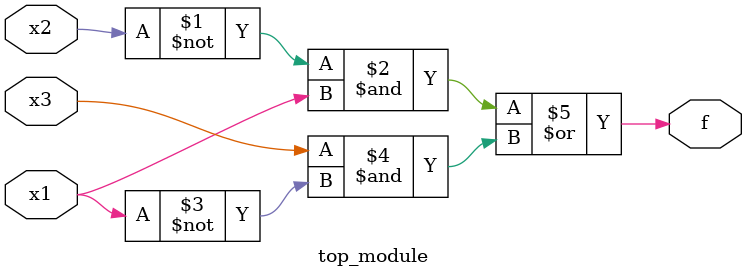
<source format=sv>
module top_module (
	input x3,
	input x2,
	input x1,
	output f
);

	assign f = (~x2 & x1) | (x3 & ~x1);

endmodule

</source>
